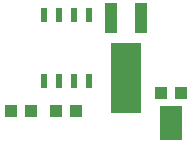
<source format=gtp>
G75*
%MOIN*%
%OFA0B0*%
%FSLAX24Y24*%
%IPPOS*%
%LPD*%
%AMOC8*
5,1,8,0,0,1.08239X$1,22.5*
%
%ADD10R,0.0236X0.0472*%
%ADD11R,0.0433X0.0394*%
%ADD12R,0.0394X0.0984*%
%ADD13R,0.0984X0.2362*%
%ADD14R,0.0780X0.1120*%
D10*
X002500Y010398D03*
X003000Y010398D03*
X003500Y010398D03*
X004000Y010398D03*
X004000Y012602D03*
X003500Y012602D03*
X003000Y012602D03*
X002500Y012602D03*
D11*
X006415Y010000D03*
X007085Y010000D03*
X003585Y009400D03*
X002915Y009400D03*
X002085Y009400D03*
X001415Y009400D03*
D12*
X004750Y012500D03*
X005750Y012500D03*
D13*
X005250Y010500D03*
D14*
X006750Y009000D03*
M02*

</source>
